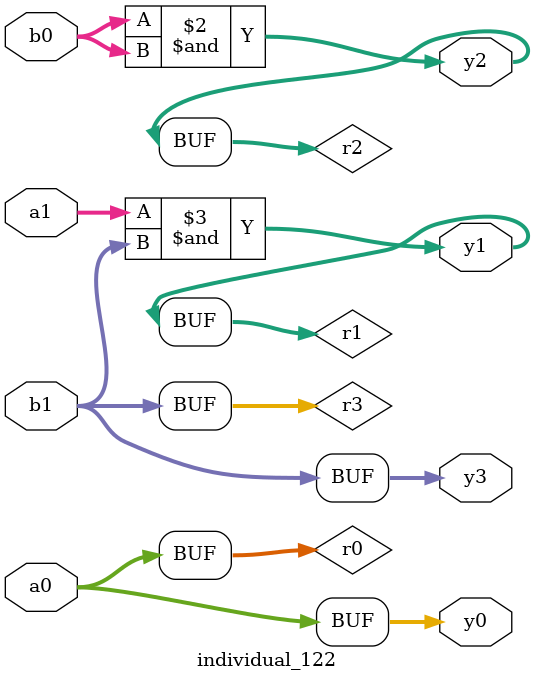
<source format=sv>
module individual_122(input logic [15:0] a1, input logic [15:0] a0, input logic [15:0] b1, input logic [15:0] b0, output logic [15:0] y3, output logic [15:0] y2, output logic [15:0] y1, output logic [15:0] y0);
logic [15:0] r0, r1, r2, r3; 
 always@(*) begin 
	 r0 = a0; r1 = a1; r2 = b0; r3 = b1; 
 	 r2  &=  b0 ;
 	 r1  &=  r3 ;
 	 y3 = r3; y2 = r2; y1 = r1; y0 = r0; 
end
endmodule
</source>
